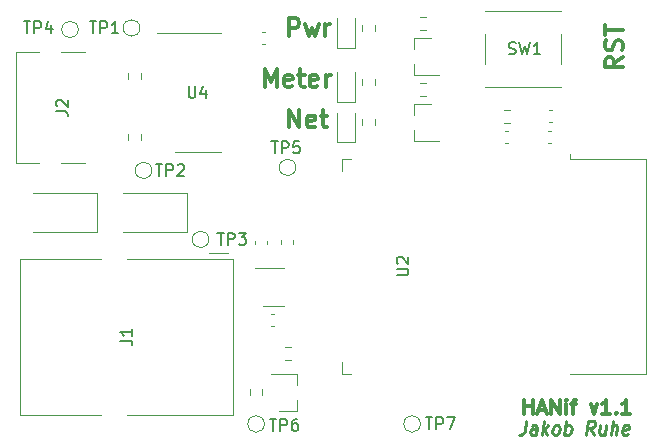
<source format=gto>
%TF.GenerationSoftware,KiCad,Pcbnew,5.1.10-88a1d61d58~90~ubuntu20.04.1*%
%TF.CreationDate,2021-11-06T19:29:54+01:00*%
%TF.ProjectId,e-meter-usb-c,652d6d65-7465-4722-9d75-73622d632e6b,rev?*%
%TF.SameCoordinates,Original*%
%TF.FileFunction,Legend,Top*%
%TF.FilePolarity,Positive*%
%FSLAX46Y46*%
G04 Gerber Fmt 4.6, Leading zero omitted, Abs format (unit mm)*
G04 Created by KiCad (PCBNEW 5.1.10-88a1d61d58~90~ubuntu20.04.1) date 2021-11-06 19:29:54*
%MOMM*%
%LPD*%
G01*
G04 APERTURE LIST*
%ADD10C,0.250000*%
%ADD11C,0.300000*%
%ADD12C,0.120000*%
%ADD13C,0.100000*%
%ADD14C,0.150000*%
%ADD15R,1.060000X0.650000*%
%ADD16R,0.900000X2.000000*%
%ADD17R,2.000000X0.900000*%
%ADD18R,5.000000X5.000000*%
%ADD19C,1.000000*%
%ADD20R,2.350000X1.300000*%
%ADD21R,0.900000X0.800000*%
%ADD22R,1.450000X0.600000*%
%ADD23R,1.450000X0.300000*%
%ADD24O,2.100000X1.000000*%
%ADD25C,0.650000*%
%ADD26O,1.600000X1.000000*%
%ADD27R,1.520000X1.520000*%
%ADD28C,3.250000*%
%ADD29C,1.520000*%
%ADD30R,2.500000X1.800000*%
G04 APERTURE END LIST*
D10*
X151001663Y-61064857D02*
X150894520Y-61922000D01*
X150820711Y-62093428D01*
X150701663Y-62207714D01*
X150537377Y-62264857D01*
X150432616Y-62264857D01*
X151846901Y-62264857D02*
X151925473Y-61636285D01*
X151887377Y-61522000D01*
X151789758Y-61464857D01*
X151580235Y-61464857D01*
X151468330Y-61522000D01*
X151854044Y-62207714D02*
X151742139Y-62264857D01*
X151480235Y-62264857D01*
X151382616Y-62207714D01*
X151344520Y-62093428D01*
X151358806Y-61979142D01*
X151425473Y-61864857D01*
X151537377Y-61807714D01*
X151799282Y-61807714D01*
X151911187Y-61750571D01*
X152370711Y-62264857D02*
X152520711Y-61064857D01*
X152532616Y-61807714D02*
X152789758Y-62264857D01*
X152889758Y-61464857D02*
X152413568Y-61922000D01*
X153418330Y-62264857D02*
X153320711Y-62207714D01*
X153275473Y-62150571D01*
X153237377Y-62036285D01*
X153280235Y-61693428D01*
X153346901Y-61579142D01*
X153406425Y-61522000D01*
X153518330Y-61464857D01*
X153675473Y-61464857D01*
X153773092Y-61522000D01*
X153818330Y-61579142D01*
X153856425Y-61693428D01*
X153813568Y-62036285D01*
X153746901Y-62150571D01*
X153687377Y-62207714D01*
X153575473Y-62264857D01*
X153418330Y-62264857D01*
X154256425Y-62264857D02*
X154406425Y-61064857D01*
X154349282Y-61522000D02*
X154461187Y-61464857D01*
X154670711Y-61464857D01*
X154768330Y-61522000D01*
X154813568Y-61579142D01*
X154851663Y-61693428D01*
X154808806Y-62036285D01*
X154742139Y-62150571D01*
X154682616Y-62207714D01*
X154570711Y-62264857D01*
X154361187Y-62264857D01*
X154263568Y-62207714D01*
X156718330Y-62264857D02*
X156423092Y-61693428D01*
X156089758Y-62264857D02*
X156239758Y-61064857D01*
X156658806Y-61064857D01*
X156756425Y-61122000D01*
X156801663Y-61179142D01*
X156839758Y-61293428D01*
X156818330Y-61464857D01*
X156751663Y-61579142D01*
X156692139Y-61636285D01*
X156580235Y-61693428D01*
X156161187Y-61693428D01*
X157761187Y-61464857D02*
X157661187Y-62264857D01*
X157289758Y-61464857D02*
X157211187Y-62093428D01*
X157249282Y-62207714D01*
X157346901Y-62264857D01*
X157504044Y-62264857D01*
X157615949Y-62207714D01*
X157675473Y-62150571D01*
X158184997Y-62264857D02*
X158334997Y-61064857D01*
X158656425Y-62264857D02*
X158734997Y-61636285D01*
X158696901Y-61522000D01*
X158599282Y-61464857D01*
X158442139Y-61464857D01*
X158330235Y-61522000D01*
X158270711Y-61579142D01*
X159606425Y-62207714D02*
X159494520Y-62264857D01*
X159284997Y-62264857D01*
X159187377Y-62207714D01*
X159149282Y-62093428D01*
X159206425Y-61636285D01*
X159273092Y-61522000D01*
X159384997Y-61464857D01*
X159594520Y-61464857D01*
X159692139Y-61522000D01*
X159730235Y-61636285D01*
X159715949Y-61750571D01*
X159177854Y-61864857D01*
D11*
X159174571Y-30285428D02*
X158460285Y-30785428D01*
X159174571Y-31142571D02*
X157674571Y-31142571D01*
X157674571Y-30571142D01*
X157746000Y-30428285D01*
X157817428Y-30356857D01*
X157960285Y-30285428D01*
X158174571Y-30285428D01*
X158317428Y-30356857D01*
X158388857Y-30428285D01*
X158460285Y-30571142D01*
X158460285Y-31142571D01*
X159103142Y-29714000D02*
X159174571Y-29499714D01*
X159174571Y-29142571D01*
X159103142Y-28999714D01*
X159031714Y-28928285D01*
X158888857Y-28856857D01*
X158746000Y-28856857D01*
X158603142Y-28928285D01*
X158531714Y-28999714D01*
X158460285Y-29142571D01*
X158388857Y-29428285D01*
X158317428Y-29571142D01*
X158246000Y-29642571D01*
X158103142Y-29714000D01*
X157960285Y-29714000D01*
X157817428Y-29642571D01*
X157746000Y-29571142D01*
X157674571Y-29428285D01*
X157674571Y-29071142D01*
X157746000Y-28856857D01*
X157674571Y-28428285D02*
X157674571Y-27571142D01*
X159174571Y-27999714D02*
X157674571Y-27999714D01*
X150863857Y-60486857D02*
X150863857Y-59286857D01*
X150863857Y-59858285D02*
X151549571Y-59858285D01*
X151549571Y-60486857D02*
X151549571Y-59286857D01*
X152063857Y-60144000D02*
X152635285Y-60144000D01*
X151949571Y-60486857D02*
X152349571Y-59286857D01*
X152749571Y-60486857D01*
X153149571Y-60486857D02*
X153149571Y-59286857D01*
X153835285Y-60486857D01*
X153835285Y-59286857D01*
X154406714Y-60486857D02*
X154406714Y-59686857D01*
X154406714Y-59286857D02*
X154349571Y-59344000D01*
X154406714Y-59401142D01*
X154463857Y-59344000D01*
X154406714Y-59286857D01*
X154406714Y-59401142D01*
X154806714Y-59686857D02*
X155263857Y-59686857D01*
X154978142Y-60486857D02*
X154978142Y-59458285D01*
X155035285Y-59344000D01*
X155149571Y-59286857D01*
X155263857Y-59286857D01*
X156463857Y-59686857D02*
X156749571Y-60486857D01*
X157035285Y-59686857D01*
X158121000Y-60486857D02*
X157435285Y-60486857D01*
X157778142Y-60486857D02*
X157778142Y-59286857D01*
X157663857Y-59458285D01*
X157549571Y-59572571D01*
X157435285Y-59629714D01*
X158635285Y-60372571D02*
X158692428Y-60429714D01*
X158635285Y-60486857D01*
X158578142Y-60429714D01*
X158635285Y-60372571D01*
X158635285Y-60486857D01*
X159835285Y-60486857D02*
X159149571Y-60486857D01*
X159492428Y-60486857D02*
X159492428Y-59286857D01*
X159378142Y-59458285D01*
X159263857Y-59572571D01*
X159149571Y-59629714D01*
X130961000Y-36238571D02*
X130961000Y-34738571D01*
X131818142Y-36238571D01*
X131818142Y-34738571D01*
X133103857Y-36167142D02*
X132961000Y-36238571D01*
X132675285Y-36238571D01*
X132532428Y-36167142D01*
X132461000Y-36024285D01*
X132461000Y-35452857D01*
X132532428Y-35310000D01*
X132675285Y-35238571D01*
X132961000Y-35238571D01*
X133103857Y-35310000D01*
X133175285Y-35452857D01*
X133175285Y-35595714D01*
X132461000Y-35738571D01*
X133603857Y-35238571D02*
X134175285Y-35238571D01*
X133818142Y-34738571D02*
X133818142Y-36024285D01*
X133889571Y-36167142D01*
X134032428Y-36238571D01*
X134175285Y-36238571D01*
X128893428Y-32809571D02*
X128893428Y-31309571D01*
X129393428Y-32381000D01*
X129893428Y-31309571D01*
X129893428Y-32809571D01*
X131179142Y-32738142D02*
X131036285Y-32809571D01*
X130750571Y-32809571D01*
X130607714Y-32738142D01*
X130536285Y-32595285D01*
X130536285Y-32023857D01*
X130607714Y-31881000D01*
X130750571Y-31809571D01*
X131036285Y-31809571D01*
X131179142Y-31881000D01*
X131250571Y-32023857D01*
X131250571Y-32166714D01*
X130536285Y-32309571D01*
X131679142Y-31809571D02*
X132250571Y-31809571D01*
X131893428Y-31309571D02*
X131893428Y-32595285D01*
X131964857Y-32738142D01*
X132107714Y-32809571D01*
X132250571Y-32809571D01*
X133322000Y-32738142D02*
X133179142Y-32809571D01*
X132893428Y-32809571D01*
X132750571Y-32738142D01*
X132679142Y-32595285D01*
X132679142Y-32023857D01*
X132750571Y-31881000D01*
X132893428Y-31809571D01*
X133179142Y-31809571D01*
X133322000Y-31881000D01*
X133393428Y-32023857D01*
X133393428Y-32166714D01*
X132679142Y-32309571D01*
X134036285Y-32809571D02*
X134036285Y-31809571D01*
X134036285Y-32095285D02*
X134107714Y-31952428D01*
X134179142Y-31881000D01*
X134322000Y-31809571D01*
X134464857Y-31809571D01*
X130945142Y-28491571D02*
X130945142Y-26991571D01*
X131516571Y-26991571D01*
X131659428Y-27063000D01*
X131730857Y-27134428D01*
X131802285Y-27277285D01*
X131802285Y-27491571D01*
X131730857Y-27634428D01*
X131659428Y-27705857D01*
X131516571Y-27777285D01*
X130945142Y-27777285D01*
X132302285Y-27491571D02*
X132588000Y-28491571D01*
X132873714Y-27777285D01*
X133159428Y-28491571D01*
X133445142Y-27491571D01*
X134016571Y-28491571D02*
X134016571Y-27491571D01*
X134016571Y-27777285D02*
X134088000Y-27634428D01*
X134159428Y-27563000D01*
X134302285Y-27491571D01*
X134445142Y-27491571D01*
D12*
%TO.C,R11*%
X138190500Y-35559276D02*
X138190500Y-36068724D01*
X137145500Y-35559276D02*
X137145500Y-36068724D01*
%TO.C,R10*%
X149097276Y-34783500D02*
X149606724Y-34783500D01*
X149097276Y-35828500D02*
X149606724Y-35828500D01*
%TO.C,R9*%
X118378500Y-36829276D02*
X118378500Y-37338724D01*
X117333500Y-36829276D02*
X117333500Y-37338724D01*
%TO.C,R8*%
X117333500Y-32131724D02*
X117333500Y-31622276D01*
X118378500Y-32131724D02*
X118378500Y-31622276D01*
%TO.C,R7*%
X138190500Y-32130276D02*
X138190500Y-32639724D01*
X137145500Y-32130276D02*
X137145500Y-32639724D01*
%TO.C,R6*%
X142494724Y-33542500D02*
X141985276Y-33542500D01*
X142494724Y-32497500D02*
X141985276Y-32497500D01*
%TO.C,R5*%
X142494724Y-27954500D02*
X141985276Y-27954500D01*
X142494724Y-26909500D02*
X141985276Y-26909500D01*
%TO.C,R4*%
X131088224Y-55894500D02*
X130578776Y-55894500D01*
X131088224Y-54849500D02*
X130578776Y-54849500D01*
%TO.C,R3*%
X138190500Y-27558276D02*
X138190500Y-28067724D01*
X137145500Y-27558276D02*
X137145500Y-28067724D01*
%TO.C,R2*%
X128665500Y-58419276D02*
X128665500Y-58928724D01*
X127620500Y-58419276D02*
X127620500Y-58928724D01*
%TO.C,D5*%
X135028000Y-35014000D02*
X135028000Y-37474000D01*
X135028000Y-37474000D02*
X136498000Y-37474000D01*
X136498000Y-37474000D02*
X136498000Y-35014000D01*
%TO.C,D4*%
X135028000Y-31585000D02*
X135028000Y-34045000D01*
X135028000Y-34045000D02*
X136498000Y-34045000D01*
X136498000Y-34045000D02*
X136498000Y-31585000D01*
%TO.C,D3*%
X135028000Y-27013000D02*
X135028000Y-29473000D01*
X135028000Y-29473000D02*
X136498000Y-29473000D01*
X136498000Y-29473000D02*
X136498000Y-27013000D01*
%TO.C,U4*%
X123190000Y-38334000D02*
X125140000Y-38334000D01*
X123190000Y-38334000D02*
X121240000Y-38334000D01*
X123190000Y-28214000D02*
X125140000Y-28214000D01*
X123190000Y-28214000D02*
X119740000Y-28214000D01*
%TO.C,U1*%
X128703500Y-51394000D02*
X130503500Y-51394000D01*
X130503500Y-48174000D02*
X128053500Y-48174000D01*
%TO.C,U2*%
X136188000Y-38886000D02*
X135408000Y-38886000D01*
X135408000Y-38886000D02*
X135408000Y-39886000D01*
X136188000Y-57126000D02*
X135408000Y-57126000D01*
X135408000Y-57126000D02*
X135408000Y-56126000D01*
X161153000Y-38886000D02*
X161153000Y-57126000D01*
X161153000Y-57126000D02*
X154733000Y-57126000D01*
X161153000Y-38886000D02*
X154733000Y-38886000D01*
X154733000Y-38886000D02*
X154733000Y-38506000D01*
%TO.C,TP7*%
X142051000Y-61341000D02*
G75*
G03*
X142051000Y-61341000I-700000J0D01*
G01*
%TO.C,TP6*%
X128843000Y-61341000D02*
G75*
G03*
X128843000Y-61341000I-700000J0D01*
G01*
%TO.C,TP5*%
X131510000Y-39624000D02*
G75*
G03*
X131510000Y-39624000I-700000J0D01*
G01*
%TO.C,TP4*%
X113095000Y-27940000D02*
G75*
G03*
X113095000Y-27940000I-700000J0D01*
G01*
%TO.C,TP3*%
X124144000Y-45720000D02*
G75*
G03*
X124144000Y-45720000I-700000J0D01*
G01*
%TO.C,TP2*%
X119318000Y-39878000D02*
G75*
G03*
X119318000Y-39878000I-700000J0D01*
G01*
%TO.C,TP1*%
X118302000Y-27813000D02*
G75*
G03*
X118302000Y-27813000I-700000J0D01*
G01*
%TO.C,SW1*%
X153979000Y-26361000D02*
X153979000Y-26391000D01*
X153979000Y-32821000D02*
X153979000Y-32791000D01*
X147519000Y-32821000D02*
X147519000Y-32791000D01*
X147519000Y-26391000D02*
X147519000Y-26361000D01*
X153979000Y-28291000D02*
X153979000Y-30891000D01*
X147519000Y-26361000D02*
X153979000Y-26361000D01*
X147519000Y-28291000D02*
X147519000Y-30891000D01*
X147519000Y-32821000D02*
X153979000Y-32821000D01*
%TO.C,Q4*%
X141480000Y-34234000D02*
X141480000Y-35164000D01*
X141480000Y-37394000D02*
X141480000Y-36464000D01*
X141480000Y-37394000D02*
X143640000Y-37394000D01*
X141480000Y-34234000D02*
X142940000Y-34234000D01*
%TO.C,Q3*%
X141480000Y-28646000D02*
X141480000Y-29576000D01*
X141480000Y-31806000D02*
X141480000Y-30876000D01*
X141480000Y-31806000D02*
X143640000Y-31806000D01*
X141480000Y-28646000D02*
X142940000Y-28646000D01*
%TO.C,Q1*%
X131570000Y-60254000D02*
X131570000Y-59324000D01*
X131570000Y-57094000D02*
X131570000Y-58024000D01*
X131570000Y-57094000D02*
X129410000Y-57094000D01*
X131570000Y-60254000D02*
X130110000Y-60254000D01*
%TO.C,J2*%
X109760000Y-29844000D02*
X107860000Y-29844000D01*
X113660000Y-29844000D02*
X111660000Y-29844000D01*
X109760000Y-39244000D02*
X107860000Y-39244000D01*
X113660000Y-39244000D02*
X111660000Y-39244000D01*
X107860000Y-29844000D02*
X107860000Y-39244000D01*
%TO.C,J1*%
X124198000Y-46900000D02*
X125728000Y-46900000D01*
X117178000Y-47370000D02*
X126198000Y-47370000D01*
D13*
X117248000Y-47370000D02*
X117178000Y-47370000D01*
D12*
X108198000Y-47370000D02*
X114978000Y-47370000D01*
X108198000Y-60570000D02*
X108198000Y-47370000D01*
D13*
X108208000Y-60570000D02*
X108198000Y-60570000D01*
D12*
X108198000Y-60570000D02*
X114978000Y-60570000D01*
D13*
X108318000Y-60570000D02*
X108198000Y-60570000D01*
D12*
X126198000Y-60570000D02*
X117178000Y-60570000D01*
X126198000Y-47370000D02*
X126198000Y-60570000D01*
%TO.C,D2*%
X114684000Y-45084000D02*
X114684000Y-41784000D01*
X114684000Y-41784000D02*
X109284000Y-41784000D01*
X114684000Y-45084000D02*
X109284000Y-45084000D01*
%TO.C,D1*%
X122272000Y-45084000D02*
X122272000Y-41784000D01*
X122272000Y-41784000D02*
X116872000Y-41784000D01*
X122272000Y-45084000D02*
X116872000Y-45084000D01*
%TO.C,C7*%
X149498267Y-37594000D02*
X149205733Y-37594000D01*
X149498267Y-36574000D02*
X149205733Y-36574000D01*
%TO.C,C6*%
X128924267Y-29212000D02*
X128631733Y-29212000D01*
X128924267Y-28192000D02*
X128631733Y-28192000D01*
%TO.C,C5*%
X152915233Y-34796000D02*
X153207767Y-34796000D01*
X152915233Y-35816000D02*
X153207767Y-35816000D01*
%TO.C,C4*%
X152862233Y-36574000D02*
X153154767Y-36574000D01*
X152862233Y-37594000D02*
X153154767Y-37594000D01*
%TO.C,C3*%
X130236500Y-46093767D02*
X130236500Y-45801233D01*
X131256500Y-46093767D02*
X131256500Y-45801233D01*
%TO.C,C2*%
X129686267Y-53024500D02*
X129393733Y-53024500D01*
X129686267Y-52004500D02*
X129393733Y-52004500D01*
%TO.C,C1*%
X128014000Y-46120267D02*
X128014000Y-45827733D01*
X129034000Y-46120267D02*
X129034000Y-45827733D01*
%TO.C,U4*%
D14*
X122443333Y-32737333D02*
X122443333Y-33530666D01*
X122490000Y-33624000D01*
X122536666Y-33670666D01*
X122630000Y-33717333D01*
X122816666Y-33717333D01*
X122910000Y-33670666D01*
X122956666Y-33624000D01*
X123003333Y-33530666D01*
X123003333Y-32737333D01*
X123890000Y-33064000D02*
X123890000Y-33717333D01*
X123656666Y-32690666D02*
X123423333Y-33390666D01*
X124030000Y-33390666D01*
%TO.C,U2*%
X140041380Y-48767904D02*
X140850904Y-48767904D01*
X140946142Y-48720285D01*
X140993761Y-48672666D01*
X141041380Y-48577428D01*
X141041380Y-48386952D01*
X140993761Y-48291714D01*
X140946142Y-48244095D01*
X140850904Y-48196476D01*
X140041380Y-48196476D01*
X140136619Y-47767904D02*
X140089000Y-47720285D01*
X140041380Y-47625047D01*
X140041380Y-47386952D01*
X140089000Y-47291714D01*
X140136619Y-47244095D01*
X140231857Y-47196476D01*
X140327095Y-47196476D01*
X140469952Y-47244095D01*
X141041380Y-47815523D01*
X141041380Y-47196476D01*
%TO.C,TP7*%
X142502095Y-60793380D02*
X143073523Y-60793380D01*
X142787809Y-61793380D02*
X142787809Y-60793380D01*
X143406857Y-61793380D02*
X143406857Y-60793380D01*
X143787809Y-60793380D01*
X143883047Y-60841000D01*
X143930666Y-60888619D01*
X143978285Y-60983857D01*
X143978285Y-61126714D01*
X143930666Y-61221952D01*
X143883047Y-61269571D01*
X143787809Y-61317190D01*
X143406857Y-61317190D01*
X144311619Y-60793380D02*
X144978285Y-60793380D01*
X144549714Y-61793380D01*
%TO.C,TP6*%
X129294095Y-60920380D02*
X129865523Y-60920380D01*
X129579809Y-61920380D02*
X129579809Y-60920380D01*
X130198857Y-61920380D02*
X130198857Y-60920380D01*
X130579809Y-60920380D01*
X130675047Y-60968000D01*
X130722666Y-61015619D01*
X130770285Y-61110857D01*
X130770285Y-61253714D01*
X130722666Y-61348952D01*
X130675047Y-61396571D01*
X130579809Y-61444190D01*
X130198857Y-61444190D01*
X131627428Y-60920380D02*
X131436952Y-60920380D01*
X131341714Y-60968000D01*
X131294095Y-61015619D01*
X131198857Y-61158476D01*
X131151238Y-61348952D01*
X131151238Y-61729904D01*
X131198857Y-61825142D01*
X131246476Y-61872761D01*
X131341714Y-61920380D01*
X131532190Y-61920380D01*
X131627428Y-61872761D01*
X131675047Y-61825142D01*
X131722666Y-61729904D01*
X131722666Y-61491809D01*
X131675047Y-61396571D01*
X131627428Y-61348952D01*
X131532190Y-61301333D01*
X131341714Y-61301333D01*
X131246476Y-61348952D01*
X131198857Y-61396571D01*
X131151238Y-61491809D01*
%TO.C,TP5*%
X129421095Y-37425380D02*
X129992523Y-37425380D01*
X129706809Y-38425380D02*
X129706809Y-37425380D01*
X130325857Y-38425380D02*
X130325857Y-37425380D01*
X130706809Y-37425380D01*
X130802047Y-37473000D01*
X130849666Y-37520619D01*
X130897285Y-37615857D01*
X130897285Y-37758714D01*
X130849666Y-37853952D01*
X130802047Y-37901571D01*
X130706809Y-37949190D01*
X130325857Y-37949190D01*
X131802047Y-37425380D02*
X131325857Y-37425380D01*
X131278238Y-37901571D01*
X131325857Y-37853952D01*
X131421095Y-37806333D01*
X131659190Y-37806333D01*
X131754428Y-37853952D01*
X131802047Y-37901571D01*
X131849666Y-37996809D01*
X131849666Y-38234904D01*
X131802047Y-38330142D01*
X131754428Y-38377761D01*
X131659190Y-38425380D01*
X131421095Y-38425380D01*
X131325857Y-38377761D01*
X131278238Y-38330142D01*
%TO.C,TP4*%
X108466095Y-27265380D02*
X109037523Y-27265380D01*
X108751809Y-28265380D02*
X108751809Y-27265380D01*
X109370857Y-28265380D02*
X109370857Y-27265380D01*
X109751809Y-27265380D01*
X109847047Y-27313000D01*
X109894666Y-27360619D01*
X109942285Y-27455857D01*
X109942285Y-27598714D01*
X109894666Y-27693952D01*
X109847047Y-27741571D01*
X109751809Y-27789190D01*
X109370857Y-27789190D01*
X110799428Y-27598714D02*
X110799428Y-28265380D01*
X110561333Y-27217761D02*
X110323238Y-27932047D01*
X110942285Y-27932047D01*
%TO.C,TP3*%
X124849095Y-45172380D02*
X125420523Y-45172380D01*
X125134809Y-46172380D02*
X125134809Y-45172380D01*
X125753857Y-46172380D02*
X125753857Y-45172380D01*
X126134809Y-45172380D01*
X126230047Y-45220000D01*
X126277666Y-45267619D01*
X126325285Y-45362857D01*
X126325285Y-45505714D01*
X126277666Y-45600952D01*
X126230047Y-45648571D01*
X126134809Y-45696190D01*
X125753857Y-45696190D01*
X126658619Y-45172380D02*
X127277666Y-45172380D01*
X126944333Y-45553333D01*
X127087190Y-45553333D01*
X127182428Y-45600952D01*
X127230047Y-45648571D01*
X127277666Y-45743809D01*
X127277666Y-45981904D01*
X127230047Y-46077142D01*
X127182428Y-46124761D01*
X127087190Y-46172380D01*
X126801476Y-46172380D01*
X126706238Y-46124761D01*
X126658619Y-46077142D01*
%TO.C,TP2*%
X119642095Y-39330380D02*
X120213523Y-39330380D01*
X119927809Y-40330380D02*
X119927809Y-39330380D01*
X120546857Y-40330380D02*
X120546857Y-39330380D01*
X120927809Y-39330380D01*
X121023047Y-39378000D01*
X121070666Y-39425619D01*
X121118285Y-39520857D01*
X121118285Y-39663714D01*
X121070666Y-39758952D01*
X121023047Y-39806571D01*
X120927809Y-39854190D01*
X120546857Y-39854190D01*
X121499238Y-39425619D02*
X121546857Y-39378000D01*
X121642095Y-39330380D01*
X121880190Y-39330380D01*
X121975428Y-39378000D01*
X122023047Y-39425619D01*
X122070666Y-39520857D01*
X122070666Y-39616095D01*
X122023047Y-39758952D01*
X121451619Y-40330380D01*
X122070666Y-40330380D01*
%TO.C,TP1*%
X114054095Y-27265380D02*
X114625523Y-27265380D01*
X114339809Y-28265380D02*
X114339809Y-27265380D01*
X114958857Y-28265380D02*
X114958857Y-27265380D01*
X115339809Y-27265380D01*
X115435047Y-27313000D01*
X115482666Y-27360619D01*
X115530285Y-27455857D01*
X115530285Y-27598714D01*
X115482666Y-27693952D01*
X115435047Y-27741571D01*
X115339809Y-27789190D01*
X114958857Y-27789190D01*
X116482666Y-28265380D02*
X115911238Y-28265380D01*
X116196952Y-28265380D02*
X116196952Y-27265380D01*
X116101714Y-27408238D01*
X116006476Y-27503476D01*
X115911238Y-27551095D01*
%TO.C,SW1*%
X149542666Y-29995761D02*
X149685523Y-30043380D01*
X149923619Y-30043380D01*
X150018857Y-29995761D01*
X150066476Y-29948142D01*
X150114095Y-29852904D01*
X150114095Y-29757666D01*
X150066476Y-29662428D01*
X150018857Y-29614809D01*
X149923619Y-29567190D01*
X149733142Y-29519571D01*
X149637904Y-29471952D01*
X149590285Y-29424333D01*
X149542666Y-29329095D01*
X149542666Y-29233857D01*
X149590285Y-29138619D01*
X149637904Y-29091000D01*
X149733142Y-29043380D01*
X149971238Y-29043380D01*
X150114095Y-29091000D01*
X150447428Y-29043380D02*
X150685523Y-30043380D01*
X150876000Y-29329095D01*
X151066476Y-30043380D01*
X151304571Y-29043380D01*
X152209333Y-30043380D02*
X151637904Y-30043380D01*
X151923619Y-30043380D02*
X151923619Y-29043380D01*
X151828380Y-29186238D01*
X151733142Y-29281476D01*
X151637904Y-29329095D01*
%TO.C,J2*%
X111212380Y-34877333D02*
X111926666Y-34877333D01*
X112069523Y-34924952D01*
X112164761Y-35020190D01*
X112212380Y-35163047D01*
X112212380Y-35258285D01*
X111307619Y-34448761D02*
X111260000Y-34401142D01*
X111212380Y-34305904D01*
X111212380Y-34067809D01*
X111260000Y-33972571D01*
X111307619Y-33924952D01*
X111402857Y-33877333D01*
X111498095Y-33877333D01*
X111640952Y-33924952D01*
X112212380Y-34496380D01*
X112212380Y-33877333D01*
%TO.C,J1*%
X116660380Y-54293333D02*
X117374666Y-54293333D01*
X117517523Y-54340952D01*
X117612761Y-54436190D01*
X117660380Y-54579047D01*
X117660380Y-54674285D01*
X117660380Y-53293333D02*
X117660380Y-53864761D01*
X117660380Y-53579047D02*
X116660380Y-53579047D01*
X116803238Y-53674285D01*
X116898476Y-53769523D01*
X116946095Y-53864761D01*
%TD*%
%LPC*%
%TO.C,R11*%
G36*
G01*
X137430500Y-36239000D02*
X137905500Y-36239000D01*
G75*
G02*
X138143000Y-36476500I0J-237500D01*
G01*
X138143000Y-36976500D01*
G75*
G02*
X137905500Y-37214000I-237500J0D01*
G01*
X137430500Y-37214000D01*
G75*
G02*
X137193000Y-36976500I0J237500D01*
G01*
X137193000Y-36476500D01*
G75*
G02*
X137430500Y-36239000I237500J0D01*
G01*
G37*
G36*
G01*
X137430500Y-34414000D02*
X137905500Y-34414000D01*
G75*
G02*
X138143000Y-34651500I0J-237500D01*
G01*
X138143000Y-35151500D01*
G75*
G02*
X137905500Y-35389000I-237500J0D01*
G01*
X137430500Y-35389000D01*
G75*
G02*
X137193000Y-35151500I0J237500D01*
G01*
X137193000Y-34651500D01*
G75*
G02*
X137430500Y-34414000I237500J0D01*
G01*
G37*
%TD*%
%TO.C,R10*%
G36*
G01*
X149777000Y-35543500D02*
X149777000Y-35068500D01*
G75*
G02*
X150014500Y-34831000I237500J0D01*
G01*
X150514500Y-34831000D01*
G75*
G02*
X150752000Y-35068500I0J-237500D01*
G01*
X150752000Y-35543500D01*
G75*
G02*
X150514500Y-35781000I-237500J0D01*
G01*
X150014500Y-35781000D01*
G75*
G02*
X149777000Y-35543500I0J237500D01*
G01*
G37*
G36*
G01*
X147952000Y-35543500D02*
X147952000Y-35068500D01*
G75*
G02*
X148189500Y-34831000I237500J0D01*
G01*
X148689500Y-34831000D01*
G75*
G02*
X148927000Y-35068500I0J-237500D01*
G01*
X148927000Y-35543500D01*
G75*
G02*
X148689500Y-35781000I-237500J0D01*
G01*
X148189500Y-35781000D01*
G75*
G02*
X147952000Y-35543500I0J237500D01*
G01*
G37*
%TD*%
%TO.C,R9*%
G36*
G01*
X117618500Y-37509000D02*
X118093500Y-37509000D01*
G75*
G02*
X118331000Y-37746500I0J-237500D01*
G01*
X118331000Y-38246500D01*
G75*
G02*
X118093500Y-38484000I-237500J0D01*
G01*
X117618500Y-38484000D01*
G75*
G02*
X117381000Y-38246500I0J237500D01*
G01*
X117381000Y-37746500D01*
G75*
G02*
X117618500Y-37509000I237500J0D01*
G01*
G37*
G36*
G01*
X117618500Y-35684000D02*
X118093500Y-35684000D01*
G75*
G02*
X118331000Y-35921500I0J-237500D01*
G01*
X118331000Y-36421500D01*
G75*
G02*
X118093500Y-36659000I-237500J0D01*
G01*
X117618500Y-36659000D01*
G75*
G02*
X117381000Y-36421500I0J237500D01*
G01*
X117381000Y-35921500D01*
G75*
G02*
X117618500Y-35684000I237500J0D01*
G01*
G37*
%TD*%
%TO.C,R8*%
G36*
G01*
X118093500Y-31452000D02*
X117618500Y-31452000D01*
G75*
G02*
X117381000Y-31214500I0J237500D01*
G01*
X117381000Y-30714500D01*
G75*
G02*
X117618500Y-30477000I237500J0D01*
G01*
X118093500Y-30477000D01*
G75*
G02*
X118331000Y-30714500I0J-237500D01*
G01*
X118331000Y-31214500D01*
G75*
G02*
X118093500Y-31452000I-237500J0D01*
G01*
G37*
G36*
G01*
X118093500Y-33277000D02*
X117618500Y-33277000D01*
G75*
G02*
X117381000Y-33039500I0J237500D01*
G01*
X117381000Y-32539500D01*
G75*
G02*
X117618500Y-32302000I237500J0D01*
G01*
X118093500Y-32302000D01*
G75*
G02*
X118331000Y-32539500I0J-237500D01*
G01*
X118331000Y-33039500D01*
G75*
G02*
X118093500Y-33277000I-237500J0D01*
G01*
G37*
%TD*%
%TO.C,R7*%
G36*
G01*
X137430500Y-32810000D02*
X137905500Y-32810000D01*
G75*
G02*
X138143000Y-33047500I0J-237500D01*
G01*
X138143000Y-33547500D01*
G75*
G02*
X137905500Y-33785000I-237500J0D01*
G01*
X137430500Y-33785000D01*
G75*
G02*
X137193000Y-33547500I0J237500D01*
G01*
X137193000Y-33047500D01*
G75*
G02*
X137430500Y-32810000I237500J0D01*
G01*
G37*
G36*
G01*
X137430500Y-30985000D02*
X137905500Y-30985000D01*
G75*
G02*
X138143000Y-31222500I0J-237500D01*
G01*
X138143000Y-31722500D01*
G75*
G02*
X137905500Y-31960000I-237500J0D01*
G01*
X137430500Y-31960000D01*
G75*
G02*
X137193000Y-31722500I0J237500D01*
G01*
X137193000Y-31222500D01*
G75*
G02*
X137430500Y-30985000I237500J0D01*
G01*
G37*
%TD*%
%TO.C,R6*%
G36*
G01*
X141815000Y-32782500D02*
X141815000Y-33257500D01*
G75*
G02*
X141577500Y-33495000I-237500J0D01*
G01*
X141077500Y-33495000D01*
G75*
G02*
X140840000Y-33257500I0J237500D01*
G01*
X140840000Y-32782500D01*
G75*
G02*
X141077500Y-32545000I237500J0D01*
G01*
X141577500Y-32545000D01*
G75*
G02*
X141815000Y-32782500I0J-237500D01*
G01*
G37*
G36*
G01*
X143640000Y-32782500D02*
X143640000Y-33257500D01*
G75*
G02*
X143402500Y-33495000I-237500J0D01*
G01*
X142902500Y-33495000D01*
G75*
G02*
X142665000Y-33257500I0J237500D01*
G01*
X142665000Y-32782500D01*
G75*
G02*
X142902500Y-32545000I237500J0D01*
G01*
X143402500Y-32545000D01*
G75*
G02*
X143640000Y-32782500I0J-237500D01*
G01*
G37*
%TD*%
%TO.C,R5*%
G36*
G01*
X141815000Y-27194500D02*
X141815000Y-27669500D01*
G75*
G02*
X141577500Y-27907000I-237500J0D01*
G01*
X141077500Y-27907000D01*
G75*
G02*
X140840000Y-27669500I0J237500D01*
G01*
X140840000Y-27194500D01*
G75*
G02*
X141077500Y-26957000I237500J0D01*
G01*
X141577500Y-26957000D01*
G75*
G02*
X141815000Y-27194500I0J-237500D01*
G01*
G37*
G36*
G01*
X143640000Y-27194500D02*
X143640000Y-27669500D01*
G75*
G02*
X143402500Y-27907000I-237500J0D01*
G01*
X142902500Y-27907000D01*
G75*
G02*
X142665000Y-27669500I0J237500D01*
G01*
X142665000Y-27194500D01*
G75*
G02*
X142902500Y-26957000I237500J0D01*
G01*
X143402500Y-26957000D01*
G75*
G02*
X143640000Y-27194500I0J-237500D01*
G01*
G37*
%TD*%
%TO.C,R4*%
G36*
G01*
X130408500Y-55134500D02*
X130408500Y-55609500D01*
G75*
G02*
X130171000Y-55847000I-237500J0D01*
G01*
X129671000Y-55847000D01*
G75*
G02*
X129433500Y-55609500I0J237500D01*
G01*
X129433500Y-55134500D01*
G75*
G02*
X129671000Y-54897000I237500J0D01*
G01*
X130171000Y-54897000D01*
G75*
G02*
X130408500Y-55134500I0J-237500D01*
G01*
G37*
G36*
G01*
X132233500Y-55134500D02*
X132233500Y-55609500D01*
G75*
G02*
X131996000Y-55847000I-237500J0D01*
G01*
X131496000Y-55847000D01*
G75*
G02*
X131258500Y-55609500I0J237500D01*
G01*
X131258500Y-55134500D01*
G75*
G02*
X131496000Y-54897000I237500J0D01*
G01*
X131996000Y-54897000D01*
G75*
G02*
X132233500Y-55134500I0J-237500D01*
G01*
G37*
%TD*%
%TO.C,R3*%
G36*
G01*
X137430500Y-28238000D02*
X137905500Y-28238000D01*
G75*
G02*
X138143000Y-28475500I0J-237500D01*
G01*
X138143000Y-28975500D01*
G75*
G02*
X137905500Y-29213000I-237500J0D01*
G01*
X137430500Y-29213000D01*
G75*
G02*
X137193000Y-28975500I0J237500D01*
G01*
X137193000Y-28475500D01*
G75*
G02*
X137430500Y-28238000I237500J0D01*
G01*
G37*
G36*
G01*
X137430500Y-26413000D02*
X137905500Y-26413000D01*
G75*
G02*
X138143000Y-26650500I0J-237500D01*
G01*
X138143000Y-27150500D01*
G75*
G02*
X137905500Y-27388000I-237500J0D01*
G01*
X137430500Y-27388000D01*
G75*
G02*
X137193000Y-27150500I0J237500D01*
G01*
X137193000Y-26650500D01*
G75*
G02*
X137430500Y-26413000I237500J0D01*
G01*
G37*
%TD*%
%TO.C,R2*%
G36*
G01*
X127905500Y-59099000D02*
X128380500Y-59099000D01*
G75*
G02*
X128618000Y-59336500I0J-237500D01*
G01*
X128618000Y-59836500D01*
G75*
G02*
X128380500Y-60074000I-237500J0D01*
G01*
X127905500Y-60074000D01*
G75*
G02*
X127668000Y-59836500I0J237500D01*
G01*
X127668000Y-59336500D01*
G75*
G02*
X127905500Y-59099000I237500J0D01*
G01*
G37*
G36*
G01*
X127905500Y-57274000D02*
X128380500Y-57274000D01*
G75*
G02*
X128618000Y-57511500I0J-237500D01*
G01*
X128618000Y-58011500D01*
G75*
G02*
X128380500Y-58249000I-237500J0D01*
G01*
X127905500Y-58249000D01*
G75*
G02*
X127668000Y-58011500I0J237500D01*
G01*
X127668000Y-57511500D01*
G75*
G02*
X127905500Y-57274000I237500J0D01*
G01*
G37*
%TD*%
%TO.C,D5*%
G36*
G01*
X136000500Y-35464000D02*
X135525500Y-35464000D01*
G75*
G02*
X135288000Y-35226500I0J237500D01*
G01*
X135288000Y-34651500D01*
G75*
G02*
X135525500Y-34414000I237500J0D01*
G01*
X136000500Y-34414000D01*
G75*
G02*
X136238000Y-34651500I0J-237500D01*
G01*
X136238000Y-35226500D01*
G75*
G02*
X136000500Y-35464000I-237500J0D01*
G01*
G37*
G36*
G01*
X136000500Y-37214000D02*
X135525500Y-37214000D01*
G75*
G02*
X135288000Y-36976500I0J237500D01*
G01*
X135288000Y-36401500D01*
G75*
G02*
X135525500Y-36164000I237500J0D01*
G01*
X136000500Y-36164000D01*
G75*
G02*
X136238000Y-36401500I0J-237500D01*
G01*
X136238000Y-36976500D01*
G75*
G02*
X136000500Y-37214000I-237500J0D01*
G01*
G37*
%TD*%
%TO.C,D4*%
G36*
G01*
X136000500Y-32035000D02*
X135525500Y-32035000D01*
G75*
G02*
X135288000Y-31797500I0J237500D01*
G01*
X135288000Y-31222500D01*
G75*
G02*
X135525500Y-30985000I237500J0D01*
G01*
X136000500Y-30985000D01*
G75*
G02*
X136238000Y-31222500I0J-237500D01*
G01*
X136238000Y-31797500D01*
G75*
G02*
X136000500Y-32035000I-237500J0D01*
G01*
G37*
G36*
G01*
X136000500Y-33785000D02*
X135525500Y-33785000D01*
G75*
G02*
X135288000Y-33547500I0J237500D01*
G01*
X135288000Y-32972500D01*
G75*
G02*
X135525500Y-32735000I237500J0D01*
G01*
X136000500Y-32735000D01*
G75*
G02*
X136238000Y-32972500I0J-237500D01*
G01*
X136238000Y-33547500D01*
G75*
G02*
X136000500Y-33785000I-237500J0D01*
G01*
G37*
%TD*%
%TO.C,D3*%
G36*
G01*
X136000500Y-27463000D02*
X135525500Y-27463000D01*
G75*
G02*
X135288000Y-27225500I0J237500D01*
G01*
X135288000Y-26650500D01*
G75*
G02*
X135525500Y-26413000I237500J0D01*
G01*
X136000500Y-26413000D01*
G75*
G02*
X136238000Y-26650500I0J-237500D01*
G01*
X136238000Y-27225500D01*
G75*
G02*
X136000500Y-27463000I-237500J0D01*
G01*
G37*
G36*
G01*
X136000500Y-29213000D02*
X135525500Y-29213000D01*
G75*
G02*
X135288000Y-28975500I0J237500D01*
G01*
X135288000Y-28400500D01*
G75*
G02*
X135525500Y-28163000I237500J0D01*
G01*
X136000500Y-28163000D01*
G75*
G02*
X136238000Y-28400500I0J-237500D01*
G01*
X136238000Y-28975500D01*
G75*
G02*
X136000500Y-29213000I-237500J0D01*
G01*
G37*
%TD*%
%TO.C,U4*%
G36*
G01*
X124690000Y-28979000D02*
X124690000Y-28679000D01*
G75*
G02*
X124840000Y-28529000I150000J0D01*
G01*
X126490000Y-28529000D01*
G75*
G02*
X126640000Y-28679000I0J-150000D01*
G01*
X126640000Y-28979000D01*
G75*
G02*
X126490000Y-29129000I-150000J0D01*
G01*
X124840000Y-29129000D01*
G75*
G02*
X124690000Y-28979000I0J150000D01*
G01*
G37*
G36*
G01*
X124690000Y-30249000D02*
X124690000Y-29949000D01*
G75*
G02*
X124840000Y-29799000I150000J0D01*
G01*
X126490000Y-29799000D01*
G75*
G02*
X126640000Y-29949000I0J-150000D01*
G01*
X126640000Y-30249000D01*
G75*
G02*
X126490000Y-30399000I-150000J0D01*
G01*
X124840000Y-30399000D01*
G75*
G02*
X124690000Y-30249000I0J150000D01*
G01*
G37*
G36*
G01*
X124690000Y-31519000D02*
X124690000Y-31219000D01*
G75*
G02*
X124840000Y-31069000I150000J0D01*
G01*
X126490000Y-31069000D01*
G75*
G02*
X126640000Y-31219000I0J-150000D01*
G01*
X126640000Y-31519000D01*
G75*
G02*
X126490000Y-31669000I-150000J0D01*
G01*
X124840000Y-31669000D01*
G75*
G02*
X124690000Y-31519000I0J150000D01*
G01*
G37*
G36*
G01*
X124690000Y-32789000D02*
X124690000Y-32489000D01*
G75*
G02*
X124840000Y-32339000I150000J0D01*
G01*
X126490000Y-32339000D01*
G75*
G02*
X126640000Y-32489000I0J-150000D01*
G01*
X126640000Y-32789000D01*
G75*
G02*
X126490000Y-32939000I-150000J0D01*
G01*
X124840000Y-32939000D01*
G75*
G02*
X124690000Y-32789000I0J150000D01*
G01*
G37*
G36*
G01*
X124690000Y-34059000D02*
X124690000Y-33759000D01*
G75*
G02*
X124840000Y-33609000I150000J0D01*
G01*
X126490000Y-33609000D01*
G75*
G02*
X126640000Y-33759000I0J-150000D01*
G01*
X126640000Y-34059000D01*
G75*
G02*
X126490000Y-34209000I-150000J0D01*
G01*
X124840000Y-34209000D01*
G75*
G02*
X124690000Y-34059000I0J150000D01*
G01*
G37*
G36*
G01*
X124690000Y-35329000D02*
X124690000Y-35029000D01*
G75*
G02*
X124840000Y-34879000I150000J0D01*
G01*
X126490000Y-34879000D01*
G75*
G02*
X126640000Y-35029000I0J-150000D01*
G01*
X126640000Y-35329000D01*
G75*
G02*
X126490000Y-35479000I-150000J0D01*
G01*
X124840000Y-35479000D01*
G75*
G02*
X124690000Y-35329000I0J150000D01*
G01*
G37*
G36*
G01*
X124690000Y-36599000D02*
X124690000Y-36299000D01*
G75*
G02*
X124840000Y-36149000I150000J0D01*
G01*
X126490000Y-36149000D01*
G75*
G02*
X126640000Y-36299000I0J-150000D01*
G01*
X126640000Y-36599000D01*
G75*
G02*
X126490000Y-36749000I-150000J0D01*
G01*
X124840000Y-36749000D01*
G75*
G02*
X124690000Y-36599000I0J150000D01*
G01*
G37*
G36*
G01*
X124690000Y-37869000D02*
X124690000Y-37569000D01*
G75*
G02*
X124840000Y-37419000I150000J0D01*
G01*
X126490000Y-37419000D01*
G75*
G02*
X126640000Y-37569000I0J-150000D01*
G01*
X126640000Y-37869000D01*
G75*
G02*
X126490000Y-38019000I-150000J0D01*
G01*
X124840000Y-38019000D01*
G75*
G02*
X124690000Y-37869000I0J150000D01*
G01*
G37*
G36*
G01*
X119740000Y-37869000D02*
X119740000Y-37569000D01*
G75*
G02*
X119890000Y-37419000I150000J0D01*
G01*
X121540000Y-37419000D01*
G75*
G02*
X121690000Y-37569000I0J-150000D01*
G01*
X121690000Y-37869000D01*
G75*
G02*
X121540000Y-38019000I-150000J0D01*
G01*
X119890000Y-38019000D01*
G75*
G02*
X119740000Y-37869000I0J150000D01*
G01*
G37*
G36*
G01*
X119740000Y-36599000D02*
X119740000Y-36299000D01*
G75*
G02*
X119890000Y-36149000I150000J0D01*
G01*
X121540000Y-36149000D01*
G75*
G02*
X121690000Y-36299000I0J-150000D01*
G01*
X121690000Y-36599000D01*
G75*
G02*
X121540000Y-36749000I-150000J0D01*
G01*
X119890000Y-36749000D01*
G75*
G02*
X119740000Y-36599000I0J150000D01*
G01*
G37*
G36*
G01*
X119740000Y-35329000D02*
X119740000Y-35029000D01*
G75*
G02*
X119890000Y-34879000I150000J0D01*
G01*
X121540000Y-34879000D01*
G75*
G02*
X121690000Y-35029000I0J-150000D01*
G01*
X121690000Y-35329000D01*
G75*
G02*
X121540000Y-35479000I-150000J0D01*
G01*
X119890000Y-35479000D01*
G75*
G02*
X119740000Y-35329000I0J150000D01*
G01*
G37*
G36*
G01*
X119740000Y-34059000D02*
X119740000Y-33759000D01*
G75*
G02*
X119890000Y-33609000I150000J0D01*
G01*
X121540000Y-33609000D01*
G75*
G02*
X121690000Y-33759000I0J-150000D01*
G01*
X121690000Y-34059000D01*
G75*
G02*
X121540000Y-34209000I-150000J0D01*
G01*
X119890000Y-34209000D01*
G75*
G02*
X119740000Y-34059000I0J150000D01*
G01*
G37*
G36*
G01*
X119740000Y-32789000D02*
X119740000Y-32489000D01*
G75*
G02*
X119890000Y-32339000I150000J0D01*
G01*
X121540000Y-32339000D01*
G75*
G02*
X121690000Y-32489000I0J-150000D01*
G01*
X121690000Y-32789000D01*
G75*
G02*
X121540000Y-32939000I-150000J0D01*
G01*
X119890000Y-32939000D01*
G75*
G02*
X119740000Y-32789000I0J150000D01*
G01*
G37*
G36*
G01*
X119740000Y-31519000D02*
X119740000Y-31219000D01*
G75*
G02*
X119890000Y-31069000I150000J0D01*
G01*
X121540000Y-31069000D01*
G75*
G02*
X121690000Y-31219000I0J-150000D01*
G01*
X121690000Y-31519000D01*
G75*
G02*
X121540000Y-31669000I-150000J0D01*
G01*
X119890000Y-31669000D01*
G75*
G02*
X119740000Y-31519000I0J150000D01*
G01*
G37*
G36*
G01*
X119740000Y-30249000D02*
X119740000Y-29949000D01*
G75*
G02*
X119890000Y-29799000I150000J0D01*
G01*
X121540000Y-29799000D01*
G75*
G02*
X121690000Y-29949000I0J-150000D01*
G01*
X121690000Y-30249000D01*
G75*
G02*
X121540000Y-30399000I-150000J0D01*
G01*
X119890000Y-30399000D01*
G75*
G02*
X119740000Y-30249000I0J150000D01*
G01*
G37*
G36*
G01*
X119740000Y-28979000D02*
X119740000Y-28679000D01*
G75*
G02*
X119890000Y-28529000I150000J0D01*
G01*
X121540000Y-28529000D01*
G75*
G02*
X121690000Y-28679000I0J-150000D01*
G01*
X121690000Y-28979000D01*
G75*
G02*
X121540000Y-29129000I-150000J0D01*
G01*
X119890000Y-29129000D01*
G75*
G02*
X119740000Y-28979000I0J150000D01*
G01*
G37*
%TD*%
D15*
%TO.C,U1*%
X130703500Y-48834000D03*
X130703500Y-50734000D03*
X128503500Y-50734000D03*
X128503500Y-49784000D03*
X128503500Y-48834000D03*
%TD*%
D16*
%TO.C,U2*%
X153543000Y-56506000D03*
X152273000Y-56506000D03*
X151003000Y-56506000D03*
X149733000Y-56506000D03*
X148463000Y-56506000D03*
X147193000Y-56506000D03*
X145923000Y-56506000D03*
X144653000Y-56506000D03*
X143383000Y-56506000D03*
X142113000Y-56506000D03*
X140843000Y-56506000D03*
X139573000Y-56506000D03*
X138303000Y-56506000D03*
X137033000Y-56506000D03*
D17*
X136033000Y-53721000D03*
X136033000Y-52451000D03*
X136033000Y-51181000D03*
X136033000Y-49911000D03*
X136033000Y-48641000D03*
X136033000Y-47371000D03*
X136033000Y-46101000D03*
X136033000Y-44831000D03*
X136033000Y-43561000D03*
X136033000Y-42291000D03*
D16*
X137033000Y-39506000D03*
X138303000Y-39506000D03*
X139573000Y-39506000D03*
X140843000Y-39506000D03*
X142113000Y-39506000D03*
X143383000Y-39506000D03*
X144653000Y-39506000D03*
X145923000Y-39506000D03*
X147193000Y-39506000D03*
X148463000Y-39506000D03*
X149733000Y-39506000D03*
X151003000Y-39506000D03*
X152273000Y-39506000D03*
X153543000Y-39506000D03*
D18*
X146043000Y-47006000D03*
%TD*%
D19*
%TO.C,TP7*%
X141351000Y-61341000D03*
%TD*%
%TO.C,TP6*%
X128143000Y-61341000D03*
%TD*%
%TO.C,TP5*%
X130810000Y-39624000D03*
%TD*%
%TO.C,TP4*%
X112395000Y-27940000D03*
%TD*%
%TO.C,TP3*%
X123444000Y-45720000D03*
%TD*%
%TO.C,TP2*%
X118618000Y-39878000D03*
%TD*%
%TO.C,TP1*%
X117602000Y-27813000D03*
%TD*%
D20*
%TO.C,SW1*%
X146374000Y-31841000D03*
X146374000Y-27341000D03*
X155124000Y-27341000D03*
X155124000Y-31841000D03*
%TD*%
D21*
%TO.C,Q4*%
X141240000Y-35814000D03*
X143240000Y-34864000D03*
X143240000Y-36764000D03*
%TD*%
%TO.C,Q3*%
X141240000Y-30226000D03*
X143240000Y-29276000D03*
X143240000Y-31176000D03*
%TD*%
%TO.C,Q1*%
X131810000Y-58674000D03*
X129810000Y-59624000D03*
X129810000Y-57724000D03*
%TD*%
D22*
%TO.C,J2*%
X115805000Y-37794000D03*
X115805000Y-36994000D03*
X115805000Y-32094000D03*
X115805000Y-31294000D03*
X115805000Y-31294000D03*
X115805000Y-32094000D03*
X115805000Y-36994000D03*
X115805000Y-37794000D03*
D23*
X115805000Y-32794000D03*
X115805000Y-33294000D03*
X115805000Y-33794000D03*
X115805000Y-34794000D03*
X115805000Y-35294000D03*
X115805000Y-35794000D03*
X115805000Y-36294000D03*
X115805000Y-34294000D03*
D24*
X114890000Y-38864000D03*
X114890000Y-30224000D03*
D25*
X114360000Y-31654000D03*
D26*
X110710000Y-30224000D03*
D25*
X114360000Y-37434000D03*
D26*
X110710000Y-38864000D03*
%TD*%
D27*
%TO.C,J1*%
X124968000Y-50800000D03*
D28*
X116078000Y-48890000D03*
D29*
X122428000Y-52070000D03*
X124968000Y-53340000D03*
X122428000Y-54610000D03*
X124968000Y-55880000D03*
X122428000Y-57150000D03*
D28*
X116078000Y-59050000D03*
%TD*%
D30*
%TO.C,D2*%
X109284000Y-43434000D03*
X113284000Y-43434000D03*
%TD*%
%TO.C,D1*%
X116872000Y-43434000D03*
X120872000Y-43434000D03*
%TD*%
%TO.C,C7*%
G36*
G01*
X149027000Y-36846500D02*
X149027000Y-37321500D01*
G75*
G02*
X148789500Y-37559000I-237500J0D01*
G01*
X148189500Y-37559000D01*
G75*
G02*
X147952000Y-37321500I0J237500D01*
G01*
X147952000Y-36846500D01*
G75*
G02*
X148189500Y-36609000I237500J0D01*
G01*
X148789500Y-36609000D01*
G75*
G02*
X149027000Y-36846500I0J-237500D01*
G01*
G37*
G36*
G01*
X150752000Y-36846500D02*
X150752000Y-37321500D01*
G75*
G02*
X150514500Y-37559000I-237500J0D01*
G01*
X149914500Y-37559000D01*
G75*
G02*
X149677000Y-37321500I0J237500D01*
G01*
X149677000Y-36846500D01*
G75*
G02*
X149914500Y-36609000I237500J0D01*
G01*
X150514500Y-36609000D01*
G75*
G02*
X150752000Y-36846500I0J-237500D01*
G01*
G37*
%TD*%
%TO.C,C6*%
G36*
G01*
X128453000Y-28464500D02*
X128453000Y-28939500D01*
G75*
G02*
X128215500Y-29177000I-237500J0D01*
G01*
X127615500Y-29177000D01*
G75*
G02*
X127378000Y-28939500I0J237500D01*
G01*
X127378000Y-28464500D01*
G75*
G02*
X127615500Y-28227000I237500J0D01*
G01*
X128215500Y-28227000D01*
G75*
G02*
X128453000Y-28464500I0J-237500D01*
G01*
G37*
G36*
G01*
X130178000Y-28464500D02*
X130178000Y-28939500D01*
G75*
G02*
X129940500Y-29177000I-237500J0D01*
G01*
X129340500Y-29177000D01*
G75*
G02*
X129103000Y-28939500I0J237500D01*
G01*
X129103000Y-28464500D01*
G75*
G02*
X129340500Y-28227000I237500J0D01*
G01*
X129940500Y-28227000D01*
G75*
G02*
X130178000Y-28464500I0J-237500D01*
G01*
G37*
%TD*%
%TO.C,C5*%
G36*
G01*
X153386500Y-35543500D02*
X153386500Y-35068500D01*
G75*
G02*
X153624000Y-34831000I237500J0D01*
G01*
X154224000Y-34831000D01*
G75*
G02*
X154461500Y-35068500I0J-237500D01*
G01*
X154461500Y-35543500D01*
G75*
G02*
X154224000Y-35781000I-237500J0D01*
G01*
X153624000Y-35781000D01*
G75*
G02*
X153386500Y-35543500I0J237500D01*
G01*
G37*
G36*
G01*
X151661500Y-35543500D02*
X151661500Y-35068500D01*
G75*
G02*
X151899000Y-34831000I237500J0D01*
G01*
X152499000Y-34831000D01*
G75*
G02*
X152736500Y-35068500I0J-237500D01*
G01*
X152736500Y-35543500D01*
G75*
G02*
X152499000Y-35781000I-237500J0D01*
G01*
X151899000Y-35781000D01*
G75*
G02*
X151661500Y-35543500I0J237500D01*
G01*
G37*
%TD*%
%TO.C,C4*%
G36*
G01*
X153333500Y-37321500D02*
X153333500Y-36846500D01*
G75*
G02*
X153571000Y-36609000I237500J0D01*
G01*
X154171000Y-36609000D01*
G75*
G02*
X154408500Y-36846500I0J-237500D01*
G01*
X154408500Y-37321500D01*
G75*
G02*
X154171000Y-37559000I-237500J0D01*
G01*
X153571000Y-37559000D01*
G75*
G02*
X153333500Y-37321500I0J237500D01*
G01*
G37*
G36*
G01*
X151608500Y-37321500D02*
X151608500Y-36846500D01*
G75*
G02*
X151846000Y-36609000I237500J0D01*
G01*
X152446000Y-36609000D01*
G75*
G02*
X152683500Y-36846500I0J-237500D01*
G01*
X152683500Y-37321500D01*
G75*
G02*
X152446000Y-37559000I-237500J0D01*
G01*
X151846000Y-37559000D01*
G75*
G02*
X151608500Y-37321500I0J237500D01*
G01*
G37*
%TD*%
%TO.C,C3*%
G36*
G01*
X130984000Y-45622500D02*
X130509000Y-45622500D01*
G75*
G02*
X130271500Y-45385000I0J237500D01*
G01*
X130271500Y-44785000D01*
G75*
G02*
X130509000Y-44547500I237500J0D01*
G01*
X130984000Y-44547500D01*
G75*
G02*
X131221500Y-44785000I0J-237500D01*
G01*
X131221500Y-45385000D01*
G75*
G02*
X130984000Y-45622500I-237500J0D01*
G01*
G37*
G36*
G01*
X130984000Y-47347500D02*
X130509000Y-47347500D01*
G75*
G02*
X130271500Y-47110000I0J237500D01*
G01*
X130271500Y-46510000D01*
G75*
G02*
X130509000Y-46272500I237500J0D01*
G01*
X130984000Y-46272500D01*
G75*
G02*
X131221500Y-46510000I0J-237500D01*
G01*
X131221500Y-47110000D01*
G75*
G02*
X130984000Y-47347500I-237500J0D01*
G01*
G37*
%TD*%
%TO.C,C2*%
G36*
G01*
X129215000Y-52277000D02*
X129215000Y-52752000D01*
G75*
G02*
X128977500Y-52989500I-237500J0D01*
G01*
X128377500Y-52989500D01*
G75*
G02*
X128140000Y-52752000I0J237500D01*
G01*
X128140000Y-52277000D01*
G75*
G02*
X128377500Y-52039500I237500J0D01*
G01*
X128977500Y-52039500D01*
G75*
G02*
X129215000Y-52277000I0J-237500D01*
G01*
G37*
G36*
G01*
X130940000Y-52277000D02*
X130940000Y-52752000D01*
G75*
G02*
X130702500Y-52989500I-237500J0D01*
G01*
X130102500Y-52989500D01*
G75*
G02*
X129865000Y-52752000I0J237500D01*
G01*
X129865000Y-52277000D01*
G75*
G02*
X130102500Y-52039500I237500J0D01*
G01*
X130702500Y-52039500D01*
G75*
G02*
X130940000Y-52277000I0J-237500D01*
G01*
G37*
%TD*%
%TO.C,C1*%
G36*
G01*
X128761500Y-45649000D02*
X128286500Y-45649000D01*
G75*
G02*
X128049000Y-45411500I0J237500D01*
G01*
X128049000Y-44811500D01*
G75*
G02*
X128286500Y-44574000I237500J0D01*
G01*
X128761500Y-44574000D01*
G75*
G02*
X128999000Y-44811500I0J-237500D01*
G01*
X128999000Y-45411500D01*
G75*
G02*
X128761500Y-45649000I-237500J0D01*
G01*
G37*
G36*
G01*
X128761500Y-47374000D02*
X128286500Y-47374000D01*
G75*
G02*
X128049000Y-47136500I0J237500D01*
G01*
X128049000Y-46536500D01*
G75*
G02*
X128286500Y-46299000I237500J0D01*
G01*
X128761500Y-46299000D01*
G75*
G02*
X128999000Y-46536500I0J-237500D01*
G01*
X128999000Y-47136500D01*
G75*
G02*
X128761500Y-47374000I-237500J0D01*
G01*
G37*
%TD*%
M02*

</source>
